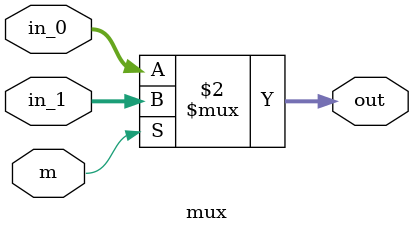
<source format=v>
`timescale 1ns / 1ps


module mux
#(parameter WIDTH = 32)
(
	input m, // control signal
	input [WIDTH-1:0] in_0,in_1,
	output [WIDTH-1:0] out
);
	assign out = (m == 1'b0 ? in_0 : in_1);

endmodule // mux
</source>
